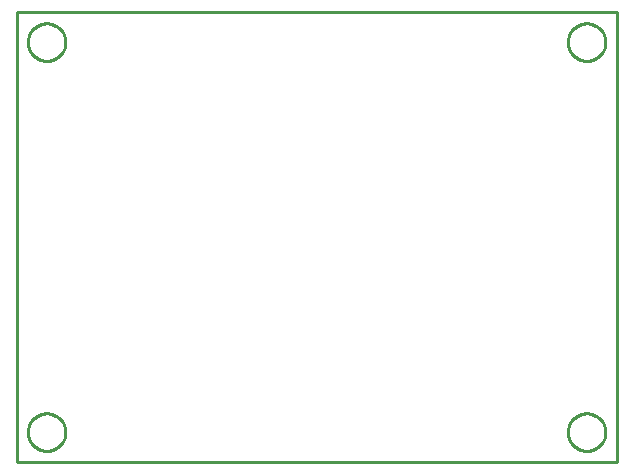
<source format=gbr>
G04 EAGLE Gerber RS-274X export*
G75*
%MOMM*%
%FSLAX34Y34*%
%LPD*%
%IN*%
%IPPOS*%
%AMOC8*
5,1,8,0,0,1.08239X$1,22.5*%
G01*
%ADD10C,0.254000*%


D10*
X203200Y431800D02*
X711200Y431800D01*
X711200Y812800D01*
X203200Y812800D01*
X203200Y431800D01*
X244475Y456680D02*
X244407Y455643D01*
X244271Y454613D01*
X244069Y453593D01*
X243800Y452589D01*
X243465Y451605D01*
X243068Y450645D01*
X242608Y449713D01*
X242088Y448812D01*
X241511Y447948D01*
X240878Y447124D01*
X240193Y446342D01*
X239458Y445607D01*
X238676Y444922D01*
X237852Y444289D01*
X236988Y443712D01*
X236087Y443192D01*
X235155Y442732D01*
X234195Y442335D01*
X233211Y442000D01*
X232207Y441731D01*
X231187Y441529D01*
X230157Y441393D01*
X229120Y441325D01*
X228080Y441325D01*
X227043Y441393D01*
X226013Y441529D01*
X224993Y441731D01*
X223989Y442000D01*
X223005Y442335D01*
X222045Y442732D01*
X221113Y443192D01*
X220212Y443712D01*
X219348Y444289D01*
X218524Y444922D01*
X217742Y445607D01*
X217007Y446342D01*
X216322Y447124D01*
X215689Y447948D01*
X215112Y448812D01*
X214592Y449713D01*
X214132Y450645D01*
X213735Y451605D01*
X213400Y452589D01*
X213131Y453593D01*
X212929Y454613D01*
X212793Y455643D01*
X212725Y456680D01*
X212725Y457720D01*
X212793Y458757D01*
X212929Y459787D01*
X213131Y460807D01*
X213400Y461811D01*
X213735Y462795D01*
X214132Y463755D01*
X214592Y464687D01*
X215112Y465588D01*
X215689Y466452D01*
X216322Y467276D01*
X217007Y468058D01*
X217742Y468793D01*
X218524Y469478D01*
X219348Y470111D01*
X220212Y470688D01*
X221113Y471208D01*
X222045Y471668D01*
X223005Y472065D01*
X223989Y472400D01*
X224993Y472669D01*
X226013Y472871D01*
X227043Y473007D01*
X228080Y473075D01*
X229120Y473075D01*
X230157Y473007D01*
X231187Y472871D01*
X232207Y472669D01*
X233211Y472400D01*
X234195Y472065D01*
X235155Y471668D01*
X236087Y471208D01*
X236988Y470688D01*
X237852Y470111D01*
X238676Y469478D01*
X239458Y468793D01*
X240193Y468058D01*
X240878Y467276D01*
X241511Y466452D01*
X242088Y465588D01*
X242608Y464687D01*
X243068Y463755D01*
X243465Y462795D01*
X243800Y461811D01*
X244069Y460807D01*
X244271Y459787D01*
X244407Y458757D01*
X244475Y457720D01*
X244475Y456680D01*
X701675Y456680D02*
X701607Y455643D01*
X701471Y454613D01*
X701269Y453593D01*
X701000Y452589D01*
X700665Y451605D01*
X700268Y450645D01*
X699808Y449713D01*
X699288Y448812D01*
X698711Y447948D01*
X698078Y447124D01*
X697393Y446342D01*
X696658Y445607D01*
X695876Y444922D01*
X695052Y444289D01*
X694188Y443712D01*
X693287Y443192D01*
X692355Y442732D01*
X691395Y442335D01*
X690411Y442000D01*
X689407Y441731D01*
X688387Y441529D01*
X687357Y441393D01*
X686320Y441325D01*
X685280Y441325D01*
X684243Y441393D01*
X683213Y441529D01*
X682193Y441731D01*
X681189Y442000D01*
X680205Y442335D01*
X679245Y442732D01*
X678313Y443192D01*
X677412Y443712D01*
X676548Y444289D01*
X675724Y444922D01*
X674942Y445607D01*
X674207Y446342D01*
X673522Y447124D01*
X672889Y447948D01*
X672312Y448812D01*
X671792Y449713D01*
X671332Y450645D01*
X670935Y451605D01*
X670600Y452589D01*
X670331Y453593D01*
X670129Y454613D01*
X669993Y455643D01*
X669925Y456680D01*
X669925Y457720D01*
X669993Y458757D01*
X670129Y459787D01*
X670331Y460807D01*
X670600Y461811D01*
X670935Y462795D01*
X671332Y463755D01*
X671792Y464687D01*
X672312Y465588D01*
X672889Y466452D01*
X673522Y467276D01*
X674207Y468058D01*
X674942Y468793D01*
X675724Y469478D01*
X676548Y470111D01*
X677412Y470688D01*
X678313Y471208D01*
X679245Y471668D01*
X680205Y472065D01*
X681189Y472400D01*
X682193Y472669D01*
X683213Y472871D01*
X684243Y473007D01*
X685280Y473075D01*
X686320Y473075D01*
X687357Y473007D01*
X688387Y472871D01*
X689407Y472669D01*
X690411Y472400D01*
X691395Y472065D01*
X692355Y471668D01*
X693287Y471208D01*
X694188Y470688D01*
X695052Y470111D01*
X695876Y469478D01*
X696658Y468793D01*
X697393Y468058D01*
X698078Y467276D01*
X698711Y466452D01*
X699288Y465588D01*
X699808Y464687D01*
X700268Y463755D01*
X700665Y462795D01*
X701000Y461811D01*
X701269Y460807D01*
X701471Y459787D01*
X701607Y458757D01*
X701675Y457720D01*
X701675Y456680D01*
X701675Y786880D02*
X701607Y785843D01*
X701471Y784813D01*
X701269Y783793D01*
X701000Y782789D01*
X700665Y781805D01*
X700268Y780845D01*
X699808Y779913D01*
X699288Y779012D01*
X698711Y778148D01*
X698078Y777324D01*
X697393Y776542D01*
X696658Y775807D01*
X695876Y775122D01*
X695052Y774489D01*
X694188Y773912D01*
X693287Y773392D01*
X692355Y772932D01*
X691395Y772535D01*
X690411Y772200D01*
X689407Y771931D01*
X688387Y771729D01*
X687357Y771593D01*
X686320Y771525D01*
X685280Y771525D01*
X684243Y771593D01*
X683213Y771729D01*
X682193Y771931D01*
X681189Y772200D01*
X680205Y772535D01*
X679245Y772932D01*
X678313Y773392D01*
X677412Y773912D01*
X676548Y774489D01*
X675724Y775122D01*
X674942Y775807D01*
X674207Y776542D01*
X673522Y777324D01*
X672889Y778148D01*
X672312Y779012D01*
X671792Y779913D01*
X671332Y780845D01*
X670935Y781805D01*
X670600Y782789D01*
X670331Y783793D01*
X670129Y784813D01*
X669993Y785843D01*
X669925Y786880D01*
X669925Y787920D01*
X669993Y788957D01*
X670129Y789987D01*
X670331Y791007D01*
X670600Y792011D01*
X670935Y792995D01*
X671332Y793955D01*
X671792Y794887D01*
X672312Y795788D01*
X672889Y796652D01*
X673522Y797476D01*
X674207Y798258D01*
X674942Y798993D01*
X675724Y799678D01*
X676548Y800311D01*
X677412Y800888D01*
X678313Y801408D01*
X679245Y801868D01*
X680205Y802265D01*
X681189Y802600D01*
X682193Y802869D01*
X683213Y803071D01*
X684243Y803207D01*
X685280Y803275D01*
X686320Y803275D01*
X687357Y803207D01*
X688387Y803071D01*
X689407Y802869D01*
X690411Y802600D01*
X691395Y802265D01*
X692355Y801868D01*
X693287Y801408D01*
X694188Y800888D01*
X695052Y800311D01*
X695876Y799678D01*
X696658Y798993D01*
X697393Y798258D01*
X698078Y797476D01*
X698711Y796652D01*
X699288Y795788D01*
X699808Y794887D01*
X700268Y793955D01*
X700665Y792995D01*
X701000Y792011D01*
X701269Y791007D01*
X701471Y789987D01*
X701607Y788957D01*
X701675Y787920D01*
X701675Y786880D01*
X244475Y786880D02*
X244407Y785843D01*
X244271Y784813D01*
X244069Y783793D01*
X243800Y782789D01*
X243465Y781805D01*
X243068Y780845D01*
X242608Y779913D01*
X242088Y779012D01*
X241511Y778148D01*
X240878Y777324D01*
X240193Y776542D01*
X239458Y775807D01*
X238676Y775122D01*
X237852Y774489D01*
X236988Y773912D01*
X236087Y773392D01*
X235155Y772932D01*
X234195Y772535D01*
X233211Y772200D01*
X232207Y771931D01*
X231187Y771729D01*
X230157Y771593D01*
X229120Y771525D01*
X228080Y771525D01*
X227043Y771593D01*
X226013Y771729D01*
X224993Y771931D01*
X223989Y772200D01*
X223005Y772535D01*
X222045Y772932D01*
X221113Y773392D01*
X220212Y773912D01*
X219348Y774489D01*
X218524Y775122D01*
X217742Y775807D01*
X217007Y776542D01*
X216322Y777324D01*
X215689Y778148D01*
X215112Y779012D01*
X214592Y779913D01*
X214132Y780845D01*
X213735Y781805D01*
X213400Y782789D01*
X213131Y783793D01*
X212929Y784813D01*
X212793Y785843D01*
X212725Y786880D01*
X212725Y787920D01*
X212793Y788957D01*
X212929Y789987D01*
X213131Y791007D01*
X213400Y792011D01*
X213735Y792995D01*
X214132Y793955D01*
X214592Y794887D01*
X215112Y795788D01*
X215689Y796652D01*
X216322Y797476D01*
X217007Y798258D01*
X217742Y798993D01*
X218524Y799678D01*
X219348Y800311D01*
X220212Y800888D01*
X221113Y801408D01*
X222045Y801868D01*
X223005Y802265D01*
X223989Y802600D01*
X224993Y802869D01*
X226013Y803071D01*
X227043Y803207D01*
X228080Y803275D01*
X229120Y803275D01*
X230157Y803207D01*
X231187Y803071D01*
X232207Y802869D01*
X233211Y802600D01*
X234195Y802265D01*
X235155Y801868D01*
X236087Y801408D01*
X236988Y800888D01*
X237852Y800311D01*
X238676Y799678D01*
X239458Y798993D01*
X240193Y798258D01*
X240878Y797476D01*
X241511Y796652D01*
X242088Y795788D01*
X242608Y794887D01*
X243068Y793955D01*
X243465Y792995D01*
X243800Y792011D01*
X244069Y791007D01*
X244271Y789987D01*
X244407Y788957D01*
X244475Y787920D01*
X244475Y786880D01*
M02*

</source>
